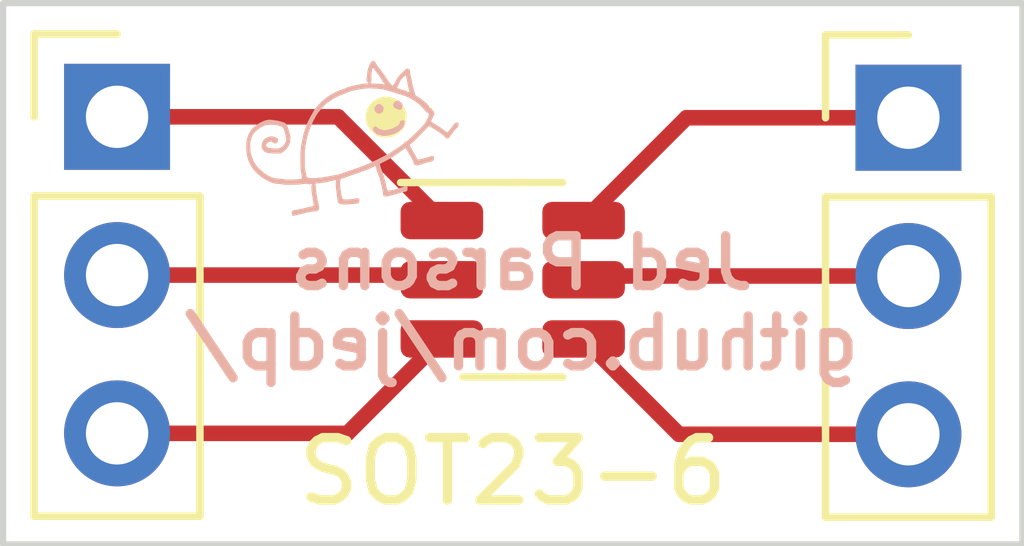
<source format=kicad_pcb>
(kicad_pcb (version 20211014) (generator pcbnew)
  (layers (0 "F.Cu" signal) (31 "B.Cu" signal) (34 "B.Paste" user) (35 "F.Paste" user) (36 "B.SilkS" user "B.Silkscreen") (37 "F.SilkS" user "F.Silkscreen") (38 "B.Mask" user) (39 "F.Mask" user) (44 "Edge.Cuts" user))
  (net 0 "")
  (net 1 "Net-(J1-Pad1)")
  (net 2 "Net-(J1-Pad2)")
  (net 3 "Net-(J1-Pad3)")
  (net 4 "Net-(J2-Pad3)")
  (net 5 "Net-(J2-Pad2)")
  (net 6 "Net-(J2-Pad1)")
  (footprint "Connector_PinHeader_2.54mm:PinHeader_1x03_P2.54mm_Vertical" (layer "F.Cu") (at 149.86 86.625)
    (fp_text reference "J2" hide)
    (fp_text value "Conn_01x03_Female" hide)
    (pad "1" thru_hole rect (at 0 0) (size 1.7 1.7) (drill 1) (layers *.Cu *.Mask) (net 6 "Net-(J2-Pad1)"))
    (pad "2" thru_hole oval (at 0 2.54) (size 1.7 1.7) (drill 1) (layers *.Cu *.Mask) (net 5 "Net-(J2-Pad2)"))
    (pad "3" thru_hole oval (at 0 5.08) (size 1.7 1.7) (drill 1) (layers *.Cu *.Mask) (net 4 "Net-(J2-Pad3)"))
  )
  (footprint "Package_TO_SOT_SMD:SOT-23-6" (layer "F.Cu") (at 143.51 89.225)
    (fp_text reference "U1" hide)
    (fp_text value "LTC4440ES6" hide)
    (pad "1" smd roundrect (at -1.1375 -0.95) (size 1.325 0.6) (layers "F.Cu" "F.Paste" "F.Mask") (net 1 "Net-(J1-Pad1)"))
    (pad "2" smd roundrect (at -1.1375 0) (size 1.325 0.6) (layers "F.Cu" "F.Paste" "F.Mask") (net 2 "Net-(J1-Pad2)"))
    (pad "3" smd roundrect (at -1.1375 0.95) (size 1.325 0.6) (layers "F.Cu" "F.Paste" "F.Mask") (net 3 "Net-(J1-Pad3)"))
    (pad "4" smd roundrect (at 1.1375 0.95) (size 1.325 0.6) (layers "F.Cu" "F.Paste" "F.Mask") (net 4 "Net-(J2-Pad3)"))
    (pad "5" smd roundrect (at 1.1375 0) (size 1.325 0.6) (layers "F.Cu" "F.Paste" "F.Mask") (net 5 "Net-(J2-Pad2)"))
    (pad "6" smd roundrect (at 1.1375 -0.95) (size 1.325 0.6) (layers "F.Cu" "F.Paste" "F.Mask") (net 6 "Net-(J2-Pad1)"))
  )
  (footprint "Connector_PinHeader_2.54mm:PinHeader_1x03_P2.54mm_Vertical" (layer "F.Cu") (at 137.16 86.61)
    (fp_text reference "J1" hide)
    (fp_text value "Conn_01x03_Female" hide)
    (pad "1" thru_hole rect (at 0 0) (size 1.7 1.7) (drill 1) (layers *.Cu *.Mask) (net 1 "Net-(J1-Pad1)"))
    (pad "2" thru_hole oval (at 0 2.54) (size 1.7 1.7) (drill 1) (layers *.Cu *.Mask) (net 2 "Net-(J1-Pad2)"))
    (pad "3" thru_hole oval (at 0 5.08) (size 1.7 1.7) (drill 1) (layers *.Cu *.Mask) (net 3 "Net-(J1-Pad3)"))
  )
  (footprint "LOGO" (layer "B.Cu") (at 140.9 87 180)
    (fp_text reference "G***" hide)
    (fp_text value "LOGO" hide)
  )
  (gr_circle (center 141.478 86.614) (end 141.732 86.614) (layer "F.SilkS") (width 0.15) (fill solid))
  (gr_rect (start 135.3312 84.7852) (end 151.6888 93.472) (layer "Edge.Cuts") (width 0.1) (fill none))
  (gr_text "Jed Parsons\ngithub.com/jedp/" (at 143.65 89.6) (layer "B.SilkS") (effects (font (size 0.8 0.8)) (justify mirror)))
  (gr_text "SOT23-6" (at 143.51 92.3036) (layer "F.SilkS") (effects (font (size 1 1))))
  (segment (start 142.3725 88.275) (end 140.7075 86.61) (width 0.25) (layer "F.Cu") (net 1))
  (segment (start 140.7075 86.61) (end 137.16 86.61) (width 0.25) (layer "F.Cu") (net 1))
  (segment (start 142.2975 89.15) (end 142.3725 89.225) (width 0.25) (layer "F.Cu") (net 2))
  (segment (start 137.16 89.15) (end 142.2975 89.15) (width 0.25) (layer "F.Cu") (net 2))
  (segment (start 140.8575 91.69) (end 142.3725 90.175) (width 0.25) (layer "F.Cu") (net 3))
  (segment (start 137.16 91.69) (end 140.8575 91.69) (width 0.25) (layer "F.Cu") (net 3))
  (segment (start 146.1775 91.705) (end 144.6475 90.175) (width 0.25) (layer "F.Cu") (net 4))
  (segment (start 149.86 91.705) (end 146.1775 91.705) (width 0.25) (layer "F.Cu") (net 4))
  (segment (start 144.6475 89.225) (end 144.7075 89.165) (width 0.25) (layer "F.Cu") (net 5))
  (segment (start 144.7075 89.165) (end 149.86 89.165) (width 0.25) (layer "F.Cu") (net 5))
  (segment (start 146.2975 86.625) (end 144.6475 88.275) (width 0.25) (layer "F.Cu") (net 6))
  (segment (start 149.86 86.625) (end 146.2975 86.625) (width 0.25) (layer "F.Cu") (net 6))
)
</source>
